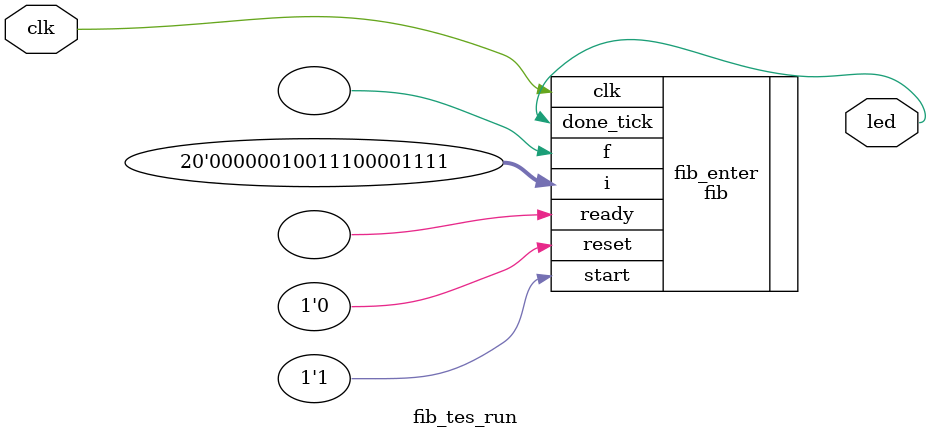
<source format=v>
`timescale 1ns / 1ps
module fib_tes_run(
			input clk,
			//input wire [3:0]bcd0, bcd1,
			output  led
    );


 fib fib_enter
(
	.clk(clk), .reset(1'b0),
	.i(20'd9999),
	.start(1'b1), 
	.ready(), .done_tick(led),
	.f()

);

endmodule

</source>
